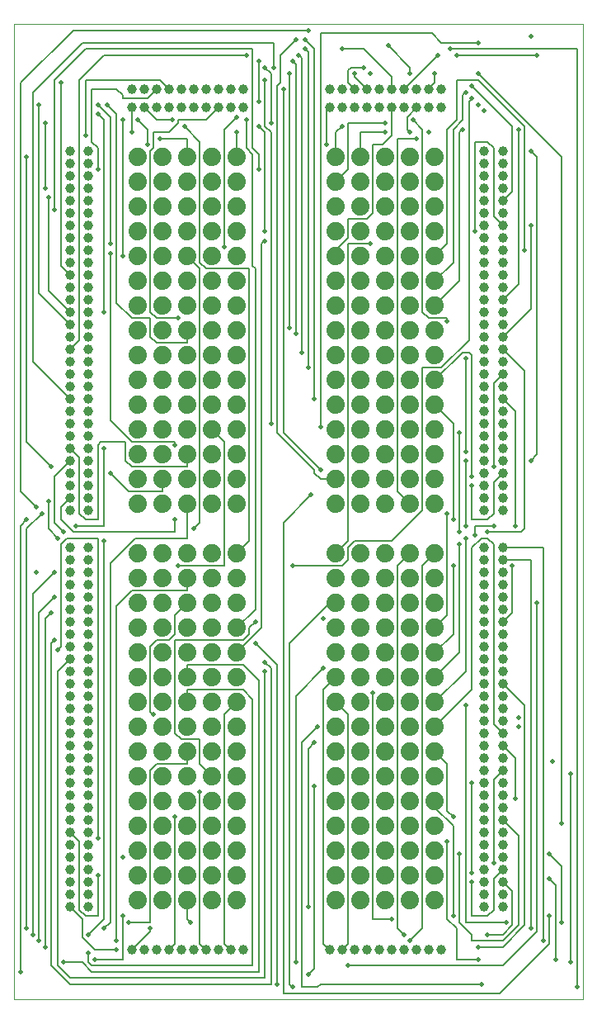
<source format=gbl>
G75*
%MOIN*%
%OFA0B0*%
%FSLAX25Y25*%
%IPPOS*%
%LPD*%
%AMOC8*
5,1,8,0,0,1.08239X$1,22.5*
%
%ADD10C,0.00000*%
%ADD11C,0.07400*%
%ADD12C,0.03937*%
%ADD13C,0.00800*%
%ADD14C,0.02000*%
D10*
X0002550Y0001000D02*
X0002550Y0394701D01*
X0232471Y0394701D01*
X0232471Y0001000D01*
X0002550Y0001000D01*
D11*
X0052550Y0041000D03*
X0052550Y0051000D03*
X0052550Y0061000D03*
X0052550Y0071000D03*
X0052550Y0081000D03*
X0052550Y0091000D03*
X0052550Y0101000D03*
X0052550Y0111000D03*
X0052550Y0121000D03*
X0052550Y0131000D03*
X0052550Y0141000D03*
X0052550Y0151000D03*
X0052550Y0161000D03*
X0052550Y0171000D03*
X0052550Y0181000D03*
X0062550Y0181000D03*
X0062550Y0171000D03*
X0062550Y0161000D03*
X0062550Y0151000D03*
X0062550Y0141000D03*
X0062550Y0131000D03*
X0062550Y0121000D03*
X0062550Y0111000D03*
X0062550Y0101000D03*
X0062550Y0091000D03*
X0062550Y0081000D03*
X0062550Y0071000D03*
X0062550Y0061000D03*
X0062550Y0051000D03*
X0062550Y0041000D03*
X0072550Y0041000D03*
X0072550Y0051000D03*
X0072550Y0061000D03*
X0072550Y0071000D03*
X0072550Y0081000D03*
X0072550Y0091000D03*
X0072550Y0101000D03*
X0072550Y0111000D03*
X0072550Y0121000D03*
X0072550Y0131000D03*
X0072550Y0141000D03*
X0072550Y0151000D03*
X0072550Y0161000D03*
X0072550Y0171000D03*
X0072550Y0181000D03*
X0082550Y0181000D03*
X0082550Y0171000D03*
X0082550Y0161000D03*
X0082550Y0151000D03*
X0082550Y0141000D03*
X0082550Y0131000D03*
X0082550Y0121000D03*
X0082550Y0111000D03*
X0082550Y0101000D03*
X0082550Y0091000D03*
X0082550Y0081000D03*
X0082550Y0071000D03*
X0082550Y0061000D03*
X0082550Y0051000D03*
X0082550Y0041000D03*
X0092550Y0041000D03*
X0092550Y0051000D03*
X0092550Y0061000D03*
X0092550Y0071000D03*
X0092550Y0081000D03*
X0092550Y0091000D03*
X0092550Y0101000D03*
X0092550Y0111000D03*
X0092550Y0121000D03*
X0092550Y0131000D03*
X0092550Y0141000D03*
X0092550Y0151000D03*
X0092550Y0161000D03*
X0092550Y0171000D03*
X0092550Y0181000D03*
X0092550Y0201000D03*
X0092550Y0211000D03*
X0092550Y0221000D03*
X0092550Y0231000D03*
X0092550Y0241000D03*
X0092550Y0251000D03*
X0092550Y0261000D03*
X0092550Y0271000D03*
X0092550Y0281000D03*
X0092550Y0291000D03*
X0092550Y0301000D03*
X0092550Y0311000D03*
X0092550Y0321000D03*
X0092550Y0331000D03*
X0092550Y0341000D03*
X0082550Y0341000D03*
X0082550Y0331000D03*
X0082550Y0321000D03*
X0082550Y0311000D03*
X0082550Y0301000D03*
X0082550Y0291000D03*
X0082550Y0281000D03*
X0082550Y0271000D03*
X0082550Y0261000D03*
X0082550Y0251000D03*
X0082550Y0241000D03*
X0082550Y0231000D03*
X0082550Y0221000D03*
X0082550Y0211000D03*
X0082550Y0201000D03*
X0072550Y0201000D03*
X0072550Y0211000D03*
X0072550Y0221000D03*
X0072550Y0231000D03*
X0072550Y0241000D03*
X0072550Y0251000D03*
X0072550Y0261000D03*
X0072550Y0271000D03*
X0072550Y0281000D03*
X0072550Y0291000D03*
X0072550Y0301000D03*
X0072550Y0311000D03*
X0072550Y0321000D03*
X0072550Y0331000D03*
X0072550Y0341000D03*
X0062550Y0341000D03*
X0062550Y0331000D03*
X0062550Y0321000D03*
X0062550Y0311000D03*
X0062550Y0301000D03*
X0062550Y0291000D03*
X0062550Y0281000D03*
X0062550Y0271000D03*
X0062550Y0261000D03*
X0062550Y0251000D03*
X0062550Y0241000D03*
X0062550Y0231000D03*
X0062550Y0221000D03*
X0062550Y0211000D03*
X0062550Y0201000D03*
X0052550Y0201000D03*
X0052550Y0211000D03*
X0052550Y0221000D03*
X0052550Y0231000D03*
X0052550Y0241000D03*
X0052550Y0251000D03*
X0052550Y0261000D03*
X0052550Y0271000D03*
X0052550Y0281000D03*
X0052550Y0291000D03*
X0052550Y0301000D03*
X0052550Y0311000D03*
X0052550Y0321000D03*
X0052550Y0331000D03*
X0052550Y0341000D03*
X0132550Y0341000D03*
X0132550Y0331000D03*
X0132550Y0321000D03*
X0132550Y0311000D03*
X0132550Y0301000D03*
X0132550Y0291000D03*
X0132550Y0281000D03*
X0132550Y0271000D03*
X0132550Y0261000D03*
X0132550Y0251000D03*
X0132550Y0241000D03*
X0132550Y0231000D03*
X0132550Y0221000D03*
X0132550Y0211000D03*
X0132550Y0201000D03*
X0142550Y0201000D03*
X0142550Y0211000D03*
X0142550Y0221000D03*
X0142550Y0231000D03*
X0142550Y0241000D03*
X0142550Y0251000D03*
X0142550Y0261000D03*
X0142550Y0271000D03*
X0142550Y0281000D03*
X0142550Y0291000D03*
X0142550Y0301000D03*
X0142550Y0311000D03*
X0142550Y0321000D03*
X0142550Y0331000D03*
X0142550Y0341000D03*
X0152550Y0341000D03*
X0152550Y0331000D03*
X0152550Y0321000D03*
X0152550Y0311000D03*
X0152550Y0301000D03*
X0152550Y0291000D03*
X0152550Y0281000D03*
X0152550Y0271000D03*
X0152550Y0261000D03*
X0152550Y0251000D03*
X0152550Y0241000D03*
X0152550Y0231000D03*
X0152550Y0221000D03*
X0152550Y0211000D03*
X0152550Y0201000D03*
X0162550Y0201000D03*
X0162550Y0211000D03*
X0162550Y0221000D03*
X0162550Y0231000D03*
X0162550Y0241000D03*
X0162550Y0251000D03*
X0162550Y0261000D03*
X0162550Y0271000D03*
X0162550Y0281000D03*
X0162550Y0291000D03*
X0162550Y0301000D03*
X0162550Y0311000D03*
X0162550Y0321000D03*
X0162550Y0331000D03*
X0162550Y0341000D03*
X0172550Y0341000D03*
X0172550Y0331000D03*
X0172550Y0321000D03*
X0172550Y0311000D03*
X0172550Y0301000D03*
X0172550Y0291000D03*
X0172550Y0281000D03*
X0172550Y0271000D03*
X0172550Y0261000D03*
X0172550Y0251000D03*
X0172550Y0241000D03*
X0172550Y0231000D03*
X0172550Y0221000D03*
X0172550Y0211000D03*
X0172550Y0201000D03*
X0172550Y0181000D03*
X0172550Y0171000D03*
X0172550Y0161000D03*
X0172550Y0151000D03*
X0172550Y0141000D03*
X0172550Y0131000D03*
X0172550Y0121000D03*
X0172550Y0111000D03*
X0172550Y0101000D03*
X0172550Y0091000D03*
X0172550Y0081000D03*
X0172550Y0071000D03*
X0172550Y0061000D03*
X0172550Y0051000D03*
X0172550Y0041000D03*
X0162550Y0041000D03*
X0162550Y0051000D03*
X0162550Y0061000D03*
X0162550Y0071000D03*
X0162550Y0081000D03*
X0162550Y0091000D03*
X0162550Y0101000D03*
X0162550Y0111000D03*
X0162550Y0121000D03*
X0162550Y0131000D03*
X0162550Y0141000D03*
X0162550Y0151000D03*
X0162550Y0161000D03*
X0162550Y0171000D03*
X0162550Y0181000D03*
X0152550Y0181000D03*
X0152550Y0171000D03*
X0152550Y0161000D03*
X0152550Y0151000D03*
X0152550Y0141000D03*
X0152550Y0131000D03*
X0152550Y0121000D03*
X0152550Y0111000D03*
X0152550Y0101000D03*
X0152550Y0091000D03*
X0152550Y0081000D03*
X0152550Y0071000D03*
X0152550Y0061000D03*
X0152550Y0051000D03*
X0152550Y0041000D03*
X0142550Y0041000D03*
X0142550Y0051000D03*
X0142550Y0061000D03*
X0142550Y0071000D03*
X0142550Y0081000D03*
X0142550Y0091000D03*
X0142550Y0101000D03*
X0142550Y0111000D03*
X0142550Y0121000D03*
X0142550Y0131000D03*
X0142550Y0141000D03*
X0142550Y0151000D03*
X0142550Y0161000D03*
X0142550Y0171000D03*
X0142550Y0181000D03*
X0132550Y0181000D03*
X0132550Y0171000D03*
X0132550Y0161000D03*
X0132550Y0151000D03*
X0132550Y0141000D03*
X0132550Y0131000D03*
X0132550Y0121000D03*
X0132550Y0111000D03*
X0132550Y0101000D03*
X0132550Y0091000D03*
X0132550Y0081000D03*
X0132550Y0071000D03*
X0132550Y0061000D03*
X0132550Y0051000D03*
X0132550Y0041000D03*
D12*
X0130050Y0021000D03*
X0135050Y0021000D03*
X0140050Y0021000D03*
X0145050Y0021000D03*
X0150050Y0021000D03*
X0155050Y0021000D03*
X0160050Y0021000D03*
X0165050Y0021000D03*
X0170050Y0021000D03*
X0175050Y0021000D03*
X0192550Y0038500D03*
X0192550Y0043500D03*
X0192550Y0048500D03*
X0192550Y0053500D03*
X0192550Y0058500D03*
X0192550Y0063500D03*
X0192550Y0068500D03*
X0192550Y0073500D03*
X0192550Y0078500D03*
X0192550Y0083500D03*
X0192550Y0088500D03*
X0192550Y0093500D03*
X0192550Y0098500D03*
X0192550Y0103500D03*
X0192550Y0108500D03*
X0192550Y0113500D03*
X0192550Y0118500D03*
X0192550Y0123500D03*
X0192550Y0128500D03*
X0192550Y0133500D03*
X0192550Y0138500D03*
X0192550Y0143500D03*
X0192550Y0148500D03*
X0192550Y0153500D03*
X0192550Y0158500D03*
X0192550Y0163500D03*
X0192550Y0168500D03*
X0192550Y0173500D03*
X0192550Y0178500D03*
X0192550Y0183500D03*
X0192550Y0198500D03*
X0192550Y0203500D03*
X0192550Y0208500D03*
X0192550Y0213500D03*
X0192550Y0218500D03*
X0192550Y0223500D03*
X0192550Y0228500D03*
X0192550Y0233500D03*
X0192550Y0238500D03*
X0192550Y0243500D03*
X0192550Y0248500D03*
X0192550Y0253500D03*
X0192550Y0258500D03*
X0192550Y0263500D03*
X0192550Y0268500D03*
X0192550Y0273500D03*
X0192550Y0278500D03*
X0192550Y0283500D03*
X0192550Y0288500D03*
X0192550Y0293500D03*
X0192550Y0298500D03*
X0192550Y0303500D03*
X0192550Y0308500D03*
X0192550Y0313500D03*
X0192550Y0318500D03*
X0192550Y0323500D03*
X0192550Y0328500D03*
X0192550Y0333500D03*
X0192550Y0338500D03*
X0192550Y0343500D03*
X0200050Y0343500D03*
X0200050Y0338500D03*
X0200050Y0333500D03*
X0200050Y0328500D03*
X0200050Y0323500D03*
X0200050Y0318500D03*
X0200050Y0313500D03*
X0200050Y0308500D03*
X0200050Y0303500D03*
X0200050Y0298500D03*
X0200050Y0293500D03*
X0200050Y0288500D03*
X0200050Y0283500D03*
X0200050Y0278500D03*
X0200050Y0273500D03*
X0200050Y0268500D03*
X0200050Y0263500D03*
X0200050Y0258500D03*
X0200050Y0253500D03*
X0200050Y0248500D03*
X0200050Y0243500D03*
X0200050Y0238500D03*
X0200050Y0233500D03*
X0200050Y0228500D03*
X0200050Y0223500D03*
X0200050Y0218500D03*
X0200050Y0213500D03*
X0200050Y0208500D03*
X0200050Y0203500D03*
X0200050Y0198500D03*
X0200050Y0183500D03*
X0200050Y0178500D03*
X0200050Y0173500D03*
X0200050Y0168500D03*
X0200050Y0163500D03*
X0200050Y0158500D03*
X0200050Y0153500D03*
X0200050Y0148500D03*
X0200050Y0143500D03*
X0200050Y0138500D03*
X0200050Y0133500D03*
X0200050Y0128500D03*
X0200050Y0123500D03*
X0200050Y0118500D03*
X0200050Y0113500D03*
X0200050Y0108500D03*
X0200050Y0103500D03*
X0200050Y0098500D03*
X0200050Y0093500D03*
X0200050Y0088500D03*
X0200050Y0083500D03*
X0200050Y0078500D03*
X0200050Y0073500D03*
X0200050Y0068500D03*
X0200050Y0063500D03*
X0200050Y0058500D03*
X0200050Y0053500D03*
X0200050Y0048500D03*
X0200050Y0043500D03*
X0200050Y0038500D03*
X0095050Y0021000D03*
X0090050Y0021000D03*
X0085050Y0021000D03*
X0080050Y0021000D03*
X0075050Y0021000D03*
X0070050Y0021000D03*
X0065050Y0021000D03*
X0060050Y0021000D03*
X0055050Y0021000D03*
X0050050Y0021000D03*
X0032550Y0038500D03*
X0032550Y0043500D03*
X0032550Y0048500D03*
X0032550Y0053500D03*
X0032550Y0058500D03*
X0032550Y0063500D03*
X0032550Y0068500D03*
X0032550Y0073500D03*
X0032550Y0078500D03*
X0032550Y0083500D03*
X0032550Y0088500D03*
X0032550Y0093500D03*
X0032550Y0098500D03*
X0032550Y0103500D03*
X0032550Y0108500D03*
X0032550Y0113500D03*
X0032550Y0118500D03*
X0032550Y0123500D03*
X0032550Y0128500D03*
X0032550Y0133500D03*
X0032550Y0138500D03*
X0032550Y0143500D03*
X0032550Y0148500D03*
X0032550Y0153500D03*
X0032550Y0158500D03*
X0032550Y0163500D03*
X0032550Y0168500D03*
X0032550Y0173500D03*
X0032550Y0178500D03*
X0032550Y0183500D03*
X0025050Y0183500D03*
X0025050Y0178500D03*
X0025050Y0173500D03*
X0025050Y0168500D03*
X0025050Y0163500D03*
X0025050Y0158500D03*
X0025050Y0153500D03*
X0025050Y0148500D03*
X0025050Y0143500D03*
X0025050Y0138500D03*
X0025050Y0133500D03*
X0025050Y0128500D03*
X0025050Y0123500D03*
X0025050Y0118500D03*
X0025050Y0113500D03*
X0025050Y0108500D03*
X0025050Y0103500D03*
X0025050Y0098500D03*
X0025050Y0093500D03*
X0025050Y0088500D03*
X0025050Y0083500D03*
X0025050Y0078500D03*
X0025050Y0073500D03*
X0025050Y0068500D03*
X0025050Y0063500D03*
X0025050Y0058500D03*
X0025050Y0053500D03*
X0025050Y0048500D03*
X0025050Y0043500D03*
X0025050Y0038500D03*
X0025050Y0198500D03*
X0025050Y0203500D03*
X0025050Y0208500D03*
X0025050Y0213500D03*
X0025050Y0218500D03*
X0025050Y0223500D03*
X0025050Y0228500D03*
X0025050Y0233500D03*
X0025050Y0238500D03*
X0025050Y0243500D03*
X0025050Y0248500D03*
X0025050Y0253500D03*
X0025050Y0258500D03*
X0025050Y0263500D03*
X0025050Y0268500D03*
X0025050Y0273500D03*
X0025050Y0278500D03*
X0025050Y0283500D03*
X0025050Y0288500D03*
X0025050Y0293500D03*
X0025050Y0298500D03*
X0025050Y0303500D03*
X0025050Y0308500D03*
X0025050Y0313500D03*
X0025050Y0318500D03*
X0025050Y0323500D03*
X0025050Y0328500D03*
X0025050Y0333500D03*
X0025050Y0338500D03*
X0025050Y0343500D03*
X0032550Y0343500D03*
X0032550Y0338500D03*
X0032550Y0333500D03*
X0032550Y0328500D03*
X0032550Y0323500D03*
X0032550Y0318500D03*
X0032550Y0313500D03*
X0032550Y0308500D03*
X0032550Y0303500D03*
X0032550Y0298500D03*
X0032550Y0293500D03*
X0032550Y0288500D03*
X0032550Y0283500D03*
X0032550Y0278500D03*
X0032550Y0273500D03*
X0032550Y0268500D03*
X0032550Y0263500D03*
X0032550Y0258500D03*
X0032550Y0253500D03*
X0032550Y0248500D03*
X0032550Y0243500D03*
X0032550Y0238500D03*
X0032550Y0233500D03*
X0032550Y0228500D03*
X0032550Y0223500D03*
X0032550Y0218500D03*
X0032550Y0213500D03*
X0032550Y0208500D03*
X0032550Y0203500D03*
X0032550Y0198500D03*
X0050050Y0361000D03*
X0055050Y0361000D03*
X0060050Y0361000D03*
X0065050Y0361000D03*
X0070050Y0361000D03*
X0075050Y0361000D03*
X0075050Y0368500D03*
X0070050Y0368500D03*
X0065050Y0368500D03*
X0060050Y0368500D03*
X0055050Y0368500D03*
X0050050Y0368500D03*
X0080050Y0368500D03*
X0085050Y0368500D03*
X0090050Y0368500D03*
X0095050Y0368500D03*
X0095050Y0361000D03*
X0090050Y0361000D03*
X0085050Y0361000D03*
X0080050Y0361000D03*
X0130050Y0361000D03*
X0135050Y0361000D03*
X0140050Y0361000D03*
X0145050Y0361000D03*
X0150050Y0361000D03*
X0155050Y0361000D03*
X0155050Y0368500D03*
X0150050Y0368500D03*
X0145050Y0368500D03*
X0140050Y0368500D03*
X0135050Y0368500D03*
X0130050Y0368500D03*
X0160050Y0368500D03*
X0165050Y0368500D03*
X0170050Y0368500D03*
X0175050Y0368500D03*
X0175050Y0361000D03*
X0170050Y0361000D03*
X0165050Y0361000D03*
X0160050Y0361000D03*
D13*
X0161300Y0357250D02*
X0161300Y0352250D01*
X0162550Y0351000D01*
X0165050Y0348500D02*
X0157550Y0348500D01*
X0157550Y0206000D01*
X0162550Y0201000D01*
X0167550Y0198500D02*
X0155050Y0186000D01*
X0140050Y0186000D01*
X0137550Y0183500D01*
X0137550Y0178500D01*
X0135050Y0176000D01*
X0115050Y0176000D01*
X0111300Y0193500D02*
X0122550Y0204750D01*
X0126300Y0211000D02*
X0123800Y0213500D01*
X0123800Y0214750D01*
X0108800Y0229750D01*
X0108800Y0369750D01*
X0110050Y0371000D01*
X0110050Y0382250D01*
X0116300Y0388500D01*
X0117550Y0382250D02*
X0118800Y0381000D01*
X0118800Y0262250D01*
X0116300Y0269750D02*
X0116300Y0378500D01*
X0115050Y0379750D01*
X0113800Y0374750D02*
X0113800Y0272250D01*
X0121300Y0256000D02*
X0121300Y0383500D01*
X0120050Y0384750D01*
X0123800Y0384750D02*
X0120050Y0388500D01*
X0121300Y0392250D02*
X0026300Y0392250D01*
X0005050Y0371000D01*
X0005050Y0206000D01*
X0011300Y0199750D01*
X0013800Y0197250D02*
X0007550Y0191000D01*
X0007550Y0029750D01*
X0010050Y0027250D02*
X0010050Y0164750D01*
X0018800Y0173500D01*
X0018800Y0163500D02*
X0012550Y0157250D01*
X0012550Y0024750D01*
X0015050Y0022250D02*
X0015050Y0154750D01*
X0017550Y0157250D01*
X0018800Y0146000D02*
X0017550Y0144750D01*
X0017550Y0014750D01*
X0025050Y0007250D01*
X0106300Y0007250D01*
X0106300Y0134750D01*
X0103800Y0137250D01*
X0103800Y0133500D02*
X0103800Y0009750D01*
X0025050Y0009750D01*
X0020050Y0014750D01*
X0020050Y0133500D01*
X0025050Y0138500D01*
X0021300Y0143500D02*
X0021300Y0184750D01*
X0023800Y0187250D01*
X0036300Y0187250D01*
X0036300Y0066000D01*
X0028800Y0064750D02*
X0028800Y0037250D01*
X0031300Y0034750D01*
X0036300Y0034750D01*
X0036300Y0051000D01*
X0028800Y0064750D02*
X0025050Y0068500D01*
X0025050Y0038500D02*
X0030050Y0033500D01*
X0030050Y0026000D01*
X0035050Y0021000D01*
X0043800Y0021000D01*
X0043800Y0024750D02*
X0043800Y0159750D01*
X0050050Y0166000D01*
X0072550Y0166000D01*
X0072550Y0171000D01*
X0068800Y0176000D02*
X0087550Y0176000D01*
X0087550Y0226000D01*
X0082550Y0231000D01*
X0072550Y0221000D02*
X0072550Y0216000D01*
X0050050Y0216000D01*
X0047550Y0218500D01*
X0047550Y0226000D01*
X0037550Y0226000D01*
X0036300Y0224750D01*
X0036300Y0194750D01*
X0031300Y0194750D01*
X0028800Y0197250D01*
X0028800Y0219750D01*
X0025050Y0223500D01*
X0025050Y0218500D02*
X0018800Y0212250D01*
X0018800Y0193500D01*
X0022550Y0189750D01*
X0020050Y0187250D02*
X0016300Y0191000D01*
X0016300Y0202250D01*
X0021300Y0199750D02*
X0021300Y0194750D01*
X0026300Y0189750D01*
X0067550Y0189750D01*
X0067550Y0194750D01*
X0072550Y0201000D02*
X0072550Y0187250D01*
X0051300Y0187250D01*
X0041300Y0177250D01*
X0041300Y0032250D01*
X0038800Y0029750D01*
X0038800Y0033500D02*
X0038800Y0186000D01*
X0038800Y0192250D02*
X0038800Y0223500D01*
X0041300Y0213500D02*
X0048800Y0206000D01*
X0062550Y0206000D01*
X0062550Y0211000D01*
X0067550Y0224750D02*
X0067550Y0226000D01*
X0050050Y0226000D01*
X0041300Y0234750D01*
X0041300Y0302250D01*
X0041300Y0306000D02*
X0041300Y0357250D01*
X0036300Y0362250D01*
X0036300Y0358500D02*
X0038800Y0356000D01*
X0038800Y0278500D01*
X0043800Y0282250D02*
X0050050Y0276000D01*
X0057550Y0276000D01*
X0057550Y0268500D01*
X0060050Y0266000D01*
X0072550Y0266000D01*
X0072550Y0271000D01*
X0068800Y0276000D02*
X0060050Y0276000D01*
X0057550Y0278500D01*
X0057550Y0343500D01*
X0058800Y0344750D01*
X0058800Y0351000D01*
X0065050Y0351000D01*
X0068800Y0354750D01*
X0068800Y0356000D01*
X0080050Y0356000D01*
X0085050Y0361000D01*
X0092550Y0357250D02*
X0087550Y0352250D01*
X0087550Y0304750D01*
X0080050Y0296000D02*
X0097550Y0296000D01*
X0097550Y0186000D01*
X0092550Y0181000D01*
X0100050Y0158500D02*
X0092550Y0151000D01*
X0097550Y0151000D02*
X0097550Y0148500D01*
X0095050Y0146000D01*
X0067550Y0146000D01*
X0067550Y0108500D01*
X0070050Y0106000D01*
X0077550Y0106000D01*
X0077550Y0096000D01*
X0082550Y0091000D01*
X0077550Y0084750D02*
X0077550Y0023500D01*
X0080050Y0021000D01*
X0087550Y0023500D02*
X0087550Y0116000D01*
X0092550Y0121000D01*
X0095050Y0126000D02*
X0072550Y0126000D01*
X0072550Y0121000D01*
X0072550Y0131000D02*
X0072550Y0136000D01*
X0095050Y0136000D01*
X0101300Y0129750D01*
X0101300Y0012250D01*
X0033800Y0012250D01*
X0030050Y0016000D01*
X0022550Y0016000D01*
X0032550Y0016000D02*
X0033800Y0014750D01*
X0098800Y0014750D01*
X0098800Y0122250D01*
X0095050Y0126000D01*
X0092550Y0141000D02*
X0102550Y0151000D01*
X0102550Y0306000D01*
X0103800Y0307250D01*
X0103800Y0311000D02*
X0103800Y0351000D01*
X0101300Y0353500D01*
X0103800Y0353500D02*
X0106300Y0351000D01*
X0106300Y0233500D01*
X0111300Y0229750D02*
X0126300Y0214750D01*
X0126300Y0211000D02*
X0132550Y0211000D01*
X0126300Y0232250D02*
X0126300Y0391000D01*
X0171300Y0391000D01*
X0175050Y0387250D01*
X0190050Y0387250D01*
X0181300Y0382250D02*
X0213800Y0382250D01*
X0230050Y0384750D02*
X0230050Y0006000D01*
X0227550Y0016000D02*
X0227550Y0092250D01*
X0223800Y0072250D02*
X0223800Y0341000D01*
X0190050Y0374750D01*
X0190050Y0372250D02*
X0181300Y0372250D01*
X0181300Y0356000D01*
X0177550Y0352250D01*
X0177550Y0306000D01*
X0172550Y0301000D01*
X0180050Y0298500D02*
X0172550Y0291000D01*
X0172550Y0281000D02*
X0182550Y0291000D01*
X0182550Y0351000D01*
X0183800Y0352250D01*
X0180050Y0352250D02*
X0183800Y0356000D01*
X0183800Y0366000D01*
X0185050Y0367250D01*
X0187550Y0364750D02*
X0186300Y0363500D01*
X0186300Y0267250D01*
X0175050Y0256000D01*
X0167550Y0256000D01*
X0167550Y0198500D01*
X0177550Y0197250D02*
X0177550Y0156000D01*
X0172550Y0151000D01*
X0180050Y0148500D02*
X0172550Y0141000D01*
X0172550Y0131000D02*
X0182550Y0141000D01*
X0182550Y0184750D01*
X0185050Y0187250D02*
X0185050Y0133500D01*
X0172550Y0121000D01*
X0172550Y0111000D02*
X0187550Y0126000D01*
X0187550Y0183500D01*
X0191300Y0187250D01*
X0193800Y0187250D01*
X0196300Y0184750D01*
X0196300Y0112250D01*
X0200050Y0108500D01*
X0200050Y0103500D02*
X0205050Y0098500D01*
X0205050Y0082250D01*
X0200050Y0073500D02*
X0206300Y0067250D01*
X0206300Y0031000D01*
X0200050Y0024750D01*
X0187550Y0024750D01*
X0187550Y0027250D01*
X0182550Y0032250D01*
X0182550Y0059750D01*
X0177550Y0064750D02*
X0177550Y0033500D01*
X0181300Y0029750D01*
X0181300Y0017250D01*
X0190050Y0017250D01*
X0190050Y0022250D02*
X0200050Y0022250D01*
X0208800Y0031000D01*
X0208800Y0119750D01*
X0200050Y0128500D01*
X0200050Y0153500D02*
X0203800Y0157250D01*
X0203800Y0176000D01*
X0200050Y0178500D02*
X0211300Y0178500D01*
X0211300Y0029750D01*
X0213800Y0028500D02*
X0200050Y0014750D01*
X0137550Y0014750D01*
X0135050Y0021000D02*
X0137550Y0023500D01*
X0137550Y0116000D01*
X0132550Y0121000D01*
X0127550Y0126000D02*
X0132550Y0131000D01*
X0127550Y0134750D02*
X0116300Y0123500D01*
X0116300Y0016000D01*
X0121300Y0011000D02*
X0123800Y0013500D01*
X0123800Y0087250D01*
X0121300Y0102250D02*
X0123800Y0104750D01*
X0121300Y0102250D02*
X0121300Y0038500D01*
X0127550Y0023500D02*
X0127550Y0126000D01*
X0125050Y0111000D02*
X0118800Y0104750D01*
X0118800Y0006000D01*
X0125050Y0006000D01*
X0126300Y0007250D01*
X0191300Y0007250D01*
X0198800Y0003500D02*
X0111300Y0003500D01*
X0111300Y0193500D01*
X0130050Y0161000D02*
X0132550Y0161000D01*
X0130050Y0161000D02*
X0113800Y0144750D01*
X0113800Y0007250D01*
X0115050Y0006000D01*
X0108800Y0007250D02*
X0108800Y0136000D01*
X0100050Y0144750D01*
X0097550Y0151000D02*
X0100050Y0153500D01*
X0100050Y0158500D02*
X0100050Y0296000D01*
X0098800Y0297250D01*
X0098800Y0342250D01*
X0096300Y0344750D01*
X0096300Y0356000D01*
X0092550Y0351000D02*
X0092550Y0341000D01*
X0098800Y0344750D02*
X0101300Y0342250D01*
X0101300Y0336000D01*
X0098800Y0344750D02*
X0098800Y0384750D01*
X0031300Y0384750D01*
X0018800Y0372250D01*
X0018800Y0319750D01*
X0016300Y0324750D02*
X0016300Y0287250D01*
X0025050Y0278500D01*
X0025050Y0273500D02*
X0012550Y0286000D01*
X0012550Y0362250D01*
X0010050Y0367250D02*
X0030050Y0387250D01*
X0107550Y0387250D01*
X0107550Y0377250D01*
X0106300Y0374750D02*
X0106300Y0354750D01*
X0103800Y0353500D02*
X0103800Y0372250D01*
X0106300Y0374750D02*
X0103800Y0377250D01*
X0101300Y0379750D02*
X0101300Y0363500D01*
X0111300Y0368500D02*
X0111300Y0229750D01*
X0123800Y0243500D02*
X0123800Y0384750D01*
X0135050Y0384750D02*
X0143800Y0384750D01*
X0155050Y0373500D01*
X0155050Y0368500D01*
X0155050Y0361000D02*
X0155050Y0349750D01*
X0151300Y0346000D01*
X0147550Y0346000D01*
X0147550Y0318500D01*
X0145050Y0316000D01*
X0137550Y0316000D01*
X0137550Y0308500D01*
X0132550Y0303500D01*
X0132550Y0301000D01*
X0137550Y0306000D02*
X0137550Y0186000D01*
X0132550Y0181000D01*
X0157550Y0176000D02*
X0162550Y0181000D01*
X0157550Y0176000D02*
X0157550Y0029750D01*
X0160050Y0027250D01*
X0162550Y0024750D02*
X0167550Y0029750D01*
X0167550Y0176000D01*
X0172550Y0181000D01*
X0180050Y0176000D02*
X0180050Y0148500D01*
X0185050Y0119750D02*
X0185050Y0032250D01*
X0201300Y0032250D01*
X0203800Y0031000D02*
X0200050Y0027250D01*
X0193800Y0027250D01*
X0193800Y0034750D02*
X0187550Y0034750D01*
X0187550Y0048500D01*
X0187550Y0052250D02*
X0187550Y0088500D01*
X0196300Y0089750D02*
X0196300Y0056000D01*
X0200050Y0053500D02*
X0196300Y0049750D01*
X0196300Y0037250D01*
X0193800Y0034750D01*
X0203800Y0031000D02*
X0203800Y0044750D01*
X0200050Y0048500D01*
X0213800Y0028500D02*
X0213800Y0161000D01*
X0216300Y0183500D02*
X0200050Y0183500D01*
X0196300Y0192250D02*
X0188800Y0192250D01*
X0188800Y0188500D01*
X0193800Y0189750D02*
X0207550Y0189750D01*
X0208800Y0191000D01*
X0208800Y0254750D01*
X0200050Y0263500D01*
X0200050Y0268500D02*
X0211300Y0279750D01*
X0211300Y0313500D01*
X0208800Y0303500D02*
X0208800Y0353500D01*
X0190050Y0372250D01*
X0187550Y0369750D02*
X0203800Y0353500D01*
X0203800Y0327250D01*
X0200050Y0323500D01*
X0196300Y0317250D02*
X0196300Y0344750D01*
X0193800Y0347250D01*
X0188800Y0347250D01*
X0188800Y0311000D01*
X0196300Y0317250D02*
X0200050Y0313500D01*
X0206300Y0289750D02*
X0206300Y0352250D01*
X0211300Y0343500D02*
X0213800Y0341000D01*
X0213800Y0221000D01*
X0211300Y0218500D01*
X0200050Y0213500D02*
X0196300Y0209750D01*
X0196300Y0197250D01*
X0193800Y0194750D01*
X0187550Y0194750D01*
X0187550Y0208500D01*
X0187550Y0212250D02*
X0187550Y0261000D01*
X0186300Y0262250D01*
X0183800Y0262250D01*
X0172550Y0251000D01*
X0172550Y0241000D02*
X0180050Y0233500D01*
X0180050Y0194750D01*
X0182550Y0189750D02*
X0182550Y0229750D01*
X0185050Y0222250D02*
X0185050Y0259750D01*
X0177550Y0274750D02*
X0177550Y0276000D01*
X0170050Y0276000D01*
X0167550Y0278500D01*
X0167550Y0352250D01*
X0163800Y0356000D01*
X0161300Y0357250D02*
X0165050Y0361000D01*
X0160050Y0368500D02*
X0173800Y0382250D01*
X0172550Y0374750D02*
X0172550Y0371000D01*
X0170050Y0368500D01*
X0162550Y0374750D02*
X0162550Y0377250D01*
X0153800Y0386000D01*
X0143800Y0377250D02*
X0138800Y0377250D01*
X0137550Y0376000D01*
X0137550Y0371000D01*
X0140050Y0368500D01*
X0140050Y0373500D02*
X0140050Y0374750D01*
X0140050Y0373500D02*
X0145050Y0368500D01*
X0137550Y0354750D02*
X0137550Y0336000D01*
X0132550Y0331000D01*
X0132550Y0341000D02*
X0132550Y0351000D01*
X0135050Y0353500D01*
X0137550Y0354750D02*
X0152550Y0354750D01*
X0152550Y0351000D02*
X0142550Y0351000D01*
X0142550Y0341000D01*
X0128800Y0359750D02*
X0130050Y0361000D01*
X0128800Y0359750D02*
X0128800Y0346000D01*
X0137550Y0306000D02*
X0146300Y0306000D01*
X0180050Y0298500D02*
X0180050Y0352250D01*
X0178800Y0384750D02*
X0230050Y0384750D01*
X0206300Y0289750D02*
X0200050Y0283500D01*
X0200050Y0253500D02*
X0196300Y0249750D01*
X0196300Y0216000D01*
X0185050Y0218500D02*
X0185050Y0192250D01*
X0205050Y0192250D02*
X0205050Y0238500D01*
X0200050Y0243500D01*
X0216300Y0183500D02*
X0216300Y0024750D01*
X0218800Y0023500D02*
X0198800Y0003500D01*
X0180050Y0034750D02*
X0180050Y0071000D01*
X0172550Y0078500D01*
X0172550Y0081000D01*
X0177550Y0077250D02*
X0177550Y0096000D01*
X0172550Y0101000D01*
X0177550Y0077250D02*
X0180050Y0074750D01*
X0196300Y0089750D02*
X0200050Y0093500D01*
X0218800Y0059750D02*
X0223800Y0054750D01*
X0223800Y0032250D01*
X0218800Y0034750D02*
X0218800Y0023500D01*
X0221300Y0017250D02*
X0221300Y0047250D01*
X0218800Y0049750D01*
X0155050Y0033500D02*
X0147550Y0033500D01*
X0147550Y0124750D01*
X0127550Y0023500D02*
X0130050Y0021000D01*
X0090050Y0021000D02*
X0087550Y0023500D01*
X0073800Y0032250D02*
X0072550Y0033500D01*
X0072550Y0041000D01*
X0067550Y0023500D02*
X0065050Y0021000D01*
X0067550Y0023500D02*
X0067550Y0074750D01*
X0057550Y0093500D02*
X0060050Y0096000D01*
X0072550Y0096000D01*
X0072550Y0101000D01*
X0058800Y0116000D02*
X0057550Y0117250D01*
X0057550Y0143500D01*
X0060050Y0146000D01*
X0065050Y0146000D01*
X0067550Y0148500D01*
X0067550Y0156000D01*
X0072550Y0161000D01*
X0075050Y0191000D02*
X0077550Y0193500D01*
X0077550Y0296000D01*
X0072550Y0301000D01*
X0077550Y0298500D02*
X0080050Y0296000D01*
X0077550Y0298500D02*
X0077550Y0347250D01*
X0071300Y0353500D01*
X0072550Y0348500D02*
X0072550Y0341000D01*
X0072550Y0348500D02*
X0061300Y0348500D01*
X0060050Y0356000D02*
X0066300Y0356000D01*
X0060050Y0356000D02*
X0055050Y0361000D01*
X0056300Y0364750D02*
X0046300Y0364750D01*
X0046300Y0366000D01*
X0043800Y0368500D01*
X0033800Y0368500D01*
X0033800Y0347250D01*
X0036300Y0344750D01*
X0036300Y0336000D01*
X0031300Y0349750D02*
X0031300Y0372250D01*
X0061300Y0372250D01*
X0065050Y0368500D01*
X0060050Y0368500D02*
X0056300Y0364750D01*
X0050050Y0361000D02*
X0050050Y0351000D01*
X0052550Y0356000D02*
X0056300Y0352250D01*
X0056300Y0346000D01*
X0046300Y0356000D02*
X0046300Y0301000D01*
X0043800Y0282250D02*
X0043800Y0358500D01*
X0040050Y0362250D01*
X0028800Y0372250D02*
X0038800Y0382250D01*
X0096300Y0382250D01*
X0028800Y0372250D02*
X0028800Y0267250D01*
X0025050Y0263500D01*
X0010050Y0258500D02*
X0025050Y0243500D01*
X0010050Y0258500D02*
X0010050Y0367250D01*
X0015050Y0354750D02*
X0015050Y0328500D01*
X0007550Y0341000D02*
X0007550Y0226000D01*
X0017550Y0216000D01*
X0025050Y0203500D02*
X0021300Y0199750D01*
X0027550Y0192250D02*
X0038800Y0192250D01*
X0021300Y0143500D02*
X0020050Y0142250D01*
X0005050Y0192250D02*
X0005050Y0012250D01*
X0032550Y0016000D02*
X0032550Y0019750D01*
X0035050Y0017250D02*
X0046300Y0017250D01*
X0046300Y0034750D01*
X0048800Y0032250D02*
X0057550Y0032250D01*
X0057550Y0093500D01*
X0038800Y0033500D02*
X0032550Y0027250D01*
X0050050Y0021000D02*
X0057550Y0028500D01*
X0057550Y0029750D01*
X0005050Y0192250D02*
X0007550Y0194750D01*
X0025050Y0293500D02*
X0021300Y0297250D01*
X0021300Y0371000D01*
D14*
X0021300Y0371000D03*
X0012550Y0362250D03*
X0015050Y0354750D03*
X0007550Y0341000D03*
X0015050Y0328500D03*
X0016300Y0324750D03*
X0018800Y0319750D03*
X0036300Y0336000D03*
X0031300Y0349750D03*
X0036300Y0358500D03*
X0036300Y0362250D03*
X0040050Y0362250D03*
X0046300Y0356000D03*
X0050050Y0351000D03*
X0052550Y0356000D03*
X0056300Y0346000D03*
X0061300Y0348500D03*
X0066300Y0356000D03*
X0071300Y0353500D03*
X0092550Y0351000D03*
X0092550Y0357250D03*
X0096300Y0356000D03*
X0101300Y0353500D03*
X0106300Y0354750D03*
X0101300Y0363500D03*
X0103800Y0372250D03*
X0103800Y0377250D03*
X0101300Y0379750D03*
X0107550Y0377250D03*
X0111300Y0368500D03*
X0113800Y0374750D03*
X0115050Y0379750D03*
X0117550Y0382250D03*
X0120050Y0384750D03*
X0120050Y0388500D03*
X0121300Y0392250D03*
X0116300Y0388500D03*
X0135050Y0384750D03*
X0140050Y0374750D03*
X0143800Y0377250D03*
X0146300Y0374750D03*
X0153800Y0386000D03*
X0162550Y0374750D03*
X0172550Y0374750D03*
X0173800Y0382250D03*
X0178800Y0384750D03*
X0181300Y0382250D03*
X0190050Y0387250D03*
X0190050Y0374750D03*
X0187550Y0369750D03*
X0185050Y0367250D03*
X0187550Y0364750D03*
X0190050Y0362250D03*
X0192550Y0359750D03*
X0183800Y0352250D03*
X0170050Y0351000D03*
X0165050Y0348500D03*
X0162550Y0351000D03*
X0163800Y0356000D03*
X0152550Y0354750D03*
X0152550Y0351000D03*
X0135050Y0353500D03*
X0128800Y0346000D03*
X0103800Y0311000D03*
X0103800Y0307250D03*
X0087550Y0304750D03*
X0101300Y0336000D03*
X0096300Y0382250D03*
X0046300Y0301000D03*
X0041300Y0302250D03*
X0041300Y0306000D03*
X0038800Y0278500D03*
X0068800Y0276000D03*
X0067550Y0224750D03*
X0067550Y0194750D03*
X0075050Y0191000D03*
X0068800Y0176000D03*
X0041300Y0213500D03*
X0038800Y0223500D03*
X0027550Y0192250D03*
X0022550Y0189750D03*
X0020050Y0187250D03*
X0013800Y0197250D03*
X0011300Y0199750D03*
X0007550Y0194750D03*
X0016300Y0202250D03*
X0017550Y0216000D03*
X0038800Y0186000D03*
X0018800Y0173500D03*
X0018800Y0163500D03*
X0017550Y0157250D03*
X0018800Y0146000D03*
X0020050Y0142250D03*
X0011300Y0173500D03*
X0058800Y0116000D03*
X0077550Y0084750D03*
X0067550Y0074750D03*
X0046300Y0058500D03*
X0036300Y0051000D03*
X0036300Y0066000D03*
X0046300Y0034750D03*
X0048800Y0032250D03*
X0043800Y0024750D03*
X0043800Y0021000D03*
X0038800Y0029750D03*
X0032550Y0027250D03*
X0032550Y0019750D03*
X0035050Y0017250D03*
X0022550Y0016000D03*
X0015050Y0022250D03*
X0012550Y0024750D03*
X0010050Y0027250D03*
X0007550Y0029750D03*
X0005050Y0012250D03*
X0057550Y0029750D03*
X0073800Y0032250D03*
X0108800Y0007250D03*
X0115050Y0006000D03*
X0121300Y0011000D03*
X0116300Y0016000D03*
X0121300Y0038500D03*
X0137550Y0014750D03*
X0155050Y0033500D03*
X0160050Y0027250D03*
X0162550Y0024750D03*
X0180050Y0034750D03*
X0187550Y0048500D03*
X0187550Y0052250D03*
X0182550Y0059750D03*
X0177550Y0064750D03*
X0180050Y0074750D03*
X0187550Y0088500D03*
X0205050Y0082250D03*
X0220050Y0097250D03*
X0227550Y0092250D03*
X0223800Y0072250D03*
X0218800Y0059750D03*
X0218800Y0049750D03*
X0218800Y0034750D03*
X0223800Y0032250D03*
X0216300Y0024750D03*
X0221300Y0017250D03*
X0227550Y0016000D03*
X0230050Y0006000D03*
X0211300Y0029750D03*
X0201300Y0032250D03*
X0193800Y0027250D03*
X0190050Y0022250D03*
X0190050Y0017250D03*
X0191300Y0007250D03*
X0196300Y0056000D03*
X0206300Y0111000D03*
X0206300Y0114750D03*
X0185050Y0119750D03*
X0213800Y0161000D03*
X0203800Y0176000D03*
X0205050Y0192250D03*
X0196300Y0192250D03*
X0193800Y0189750D03*
X0188800Y0188500D03*
X0185050Y0187250D03*
X0182550Y0184750D03*
X0182550Y0189750D03*
X0185050Y0192250D03*
X0180050Y0194750D03*
X0177550Y0197250D03*
X0187550Y0208500D03*
X0187550Y0212250D03*
X0185050Y0218500D03*
X0185050Y0222250D03*
X0182550Y0229750D03*
X0196300Y0216000D03*
X0211300Y0218500D03*
X0185050Y0259750D03*
X0177550Y0274750D03*
X0188800Y0311000D03*
X0208800Y0303500D03*
X0211300Y0313500D03*
X0211300Y0343500D03*
X0206300Y0352250D03*
X0213800Y0382250D03*
X0211300Y0389750D03*
X0146300Y0306000D03*
X0118800Y0262250D03*
X0116300Y0269750D03*
X0113800Y0272250D03*
X0121300Y0256000D03*
X0123800Y0243500D03*
X0126300Y0232250D03*
X0126300Y0214750D03*
X0122550Y0204750D03*
X0115050Y0176000D03*
X0127550Y0154750D03*
X0127550Y0134750D03*
X0125050Y0111000D03*
X0123800Y0104750D03*
X0123800Y0087250D03*
X0147550Y0124750D03*
X0180050Y0176000D03*
X0106300Y0233500D03*
X0100050Y0153500D03*
X0100050Y0144750D03*
X0103800Y0137250D03*
X0103800Y0133500D03*
M02*

</source>
